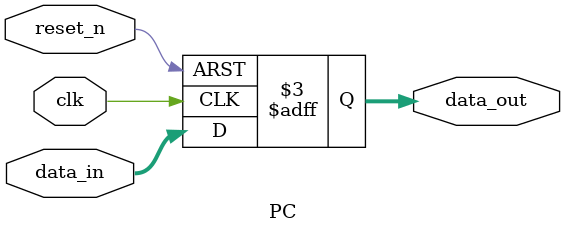
<source format=v>
module PC
#(parameter WIDTH = 32) 
(
input clk, reset_n,
input [WIDTH-1:0] data_in,
output reg [WIDTH-1:0] data_out //PIPO register
);
always@(posedge clk, negedge reset_n)
begin
  if(!reset_n)
    data_out <= 32'd0;
  else 
    data_out <= data_in;     
end
endmodule

</source>
